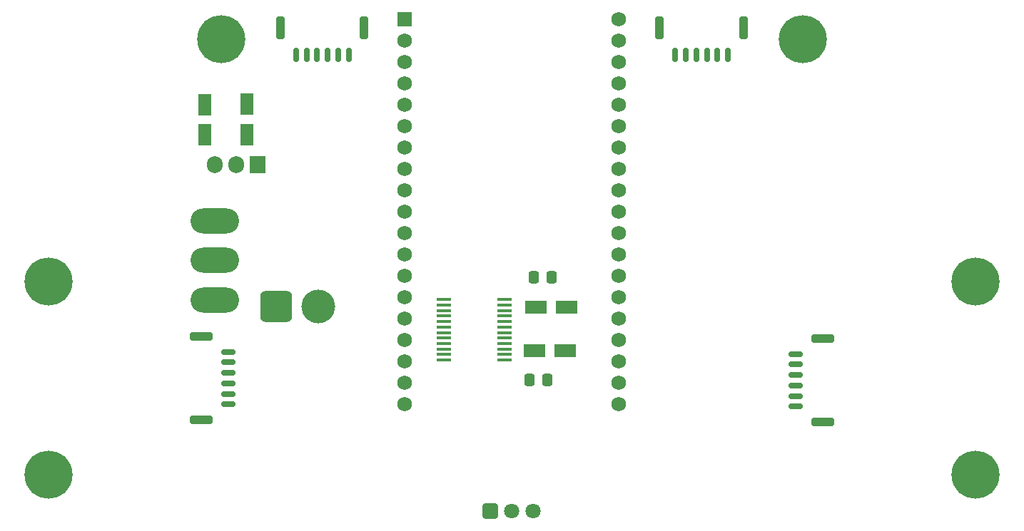
<source format=gbr>
%TF.GenerationSoftware,KiCad,Pcbnew,9.0.1*%
%TF.CreationDate,2025-05-09T11:09:33+02:00*%
%TF.ProjectId,FL-Zetor,464c2d5a-6574-46f7-922e-6b696361645f,rev?*%
%TF.SameCoordinates,Original*%
%TF.FileFunction,Soldermask,Top*%
%TF.FilePolarity,Negative*%
%FSLAX46Y46*%
G04 Gerber Fmt 4.6, Leading zero omitted, Abs format (unit mm)*
G04 Created by KiCad (PCBNEW 9.0.1) date 2025-05-09 11:09:33*
%MOMM*%
%LPD*%
G01*
G04 APERTURE LIST*
G04 Aperture macros list*
%AMRoundRect*
0 Rectangle with rounded corners*
0 $1 Rounding radius*
0 $2 $3 $4 $5 $6 $7 $8 $9 X,Y pos of 4 corners*
0 Add a 4 corners polygon primitive as box body*
4,1,4,$2,$3,$4,$5,$6,$7,$8,$9,$2,$3,0*
0 Add four circle primitives for the rounded corners*
1,1,$1+$1,$2,$3*
1,1,$1+$1,$4,$5*
1,1,$1+$1,$6,$7*
1,1,$1+$1,$8,$9*
0 Add four rect primitives between the rounded corners*
20,1,$1+$1,$2,$3,$4,$5,0*
20,1,$1+$1,$4,$5,$6,$7,0*
20,1,$1+$1,$6,$7,$8,$9,0*
20,1,$1+$1,$8,$9,$2,$3,0*%
G04 Aperture macros list end*
%ADD10C,5.700000*%
%ADD11RoundRect,0.250200X-0.649800X-0.649800X0.649800X-0.649800X0.649800X0.649800X-0.649800X0.649800X0*%
%ADD12C,1.800000*%
%ADD13R,1.905000X2.000000*%
%ADD14O,1.905000X2.000000*%
%ADD15RoundRect,0.250000X-0.337500X-0.475000X0.337500X-0.475000X0.337500X0.475000X-0.337500X0.475000X0*%
%ADD16RoundRect,0.250000X0.550000X-1.050000X0.550000X1.050000X-0.550000X1.050000X-0.550000X-1.050000X0*%
%ADD17RoundRect,0.250000X-1.050000X-0.550000X1.050000X-0.550000X1.050000X0.550000X-1.050000X0.550000X0*%
%ADD18RoundRect,0.102000X-0.765000X-0.765000X0.765000X-0.765000X0.765000X0.765000X-0.765000X0.765000X0*%
%ADD19C,1.734000*%
%ADD20RoundRect,0.760000X-1.140000X-1.140000X1.140000X-1.140000X1.140000X1.140000X-1.140000X1.140000X0*%
%ADD21C,4.000000*%
%ADD22RoundRect,0.150000X0.150000X0.700000X-0.150000X0.700000X-0.150000X-0.700000X0.150000X-0.700000X0*%
%ADD23RoundRect,0.250000X0.250000X1.100000X-0.250000X1.100000X-0.250000X-1.100000X0.250000X-1.100000X0*%
%ADD24RoundRect,0.150000X-0.700000X0.150000X-0.700000X-0.150000X0.700000X-0.150000X0.700000X0.150000X0*%
%ADD25RoundRect,0.250000X-1.100000X0.250000X-1.100000X-0.250000X1.100000X-0.250000X1.100000X0.250000X0*%
%ADD26RoundRect,0.150000X0.700000X-0.150000X0.700000X0.150000X-0.700000X0.150000X-0.700000X-0.150000X0*%
%ADD27RoundRect,0.250000X1.100000X-0.250000X1.100000X0.250000X-1.100000X0.250000X-1.100000X-0.250000X0*%
%ADD28R,1.750000X0.450000*%
%ADD29O,5.754000X2.979000*%
G04 APERTURE END LIST*
D10*
%TO.C,H5*%
X204370000Y-100775000D03*
%TD*%
%TO.C,H2*%
X94370000Y-100775000D03*
%TD*%
D11*
%TO.C,U1*%
X146829984Y-128025000D03*
D12*
X149369984Y-128025000D03*
X151909984Y-128025000D03*
%TD*%
D13*
%TO.C,U2*%
X119174479Y-86900357D03*
D14*
X116634479Y-86900357D03*
X114094479Y-86900357D03*
%TD*%
D15*
%TO.C,C5*%
X151462500Y-112500000D03*
X153537500Y-112500000D03*
%TD*%
D16*
%TO.C,C1*%
X112884479Y-83395357D03*
X112884479Y-79795357D03*
%TD*%
D17*
%TO.C,C4*%
X152210000Y-103815000D03*
X155810000Y-103815000D03*
%TD*%
D18*
%TO.C,MCU1*%
X136670000Y-69675000D03*
D19*
X136670000Y-72215000D03*
X136670000Y-74755000D03*
X136670000Y-77295000D03*
X136670000Y-79835000D03*
X136670000Y-82375000D03*
X136670000Y-84915000D03*
X136670000Y-87455000D03*
X136670000Y-89995000D03*
X136670000Y-92535000D03*
X136670000Y-95075000D03*
X136670000Y-97615000D03*
X136670000Y-100155000D03*
X136670000Y-102695000D03*
X136670000Y-105235000D03*
X136670000Y-107775000D03*
X136670000Y-110315000D03*
X136670000Y-112855000D03*
X136670000Y-115395000D03*
X162070000Y-115395000D03*
X162070000Y-112855000D03*
X162070000Y-110315000D03*
X162070000Y-107775000D03*
X162070000Y-105235000D03*
X162070000Y-102695000D03*
X162070000Y-100155000D03*
X162070000Y-97615000D03*
X162070000Y-95075000D03*
X162070000Y-92535000D03*
X162070000Y-89995000D03*
X162070000Y-87455000D03*
X162070000Y-84915000D03*
X162070000Y-82375000D03*
X162070000Y-79835000D03*
X162070000Y-77295000D03*
X162070000Y-74755000D03*
X162070000Y-72215000D03*
X162070000Y-69675000D03*
%TD*%
D10*
%TO.C,H4*%
X114870000Y-72025000D03*
%TD*%
D20*
%TO.C,J1*%
X121370000Y-103775000D03*
D21*
X126370000Y-103775000D03*
%TD*%
D22*
%TO.C,J3*%
X174995000Y-73875000D03*
X173745000Y-73875000D03*
X172495000Y-73875000D03*
X171245000Y-73875000D03*
X169995000Y-73875000D03*
X168745000Y-73875000D03*
D23*
X176845000Y-70675000D03*
X166895000Y-70675000D03*
%TD*%
D17*
%TO.C,C6*%
X152070000Y-109000000D03*
X155670000Y-109000000D03*
%TD*%
D10*
%TO.C,H3*%
X183870000Y-72025000D03*
%TD*%
%TO.C,H6*%
X204370000Y-123775000D03*
%TD*%
D15*
%TO.C,C3*%
X151962500Y-100250000D03*
X154037500Y-100250000D03*
%TD*%
D24*
%TO.C,J4*%
X115720000Y-109150000D03*
X115720000Y-110400000D03*
X115720000Y-111650000D03*
X115720000Y-112900000D03*
X115720000Y-114150000D03*
X115720000Y-115400000D03*
D25*
X112520000Y-107300000D03*
X112520000Y-117250000D03*
%TD*%
D16*
%TO.C,C2*%
X117884479Y-83345357D03*
X117884479Y-79745357D03*
%TD*%
D26*
%TO.C,J5*%
X183020000Y-115650000D03*
X183020000Y-114400000D03*
X183020000Y-113150000D03*
X183020000Y-111900000D03*
X183020000Y-110650000D03*
X183020000Y-109400000D03*
D27*
X186220000Y-117500000D03*
X186220000Y-107550000D03*
%TD*%
D28*
%TO.C,D1*%
X141270000Y-102950000D03*
X141270000Y-103600000D03*
X141270000Y-104250000D03*
X141270000Y-104900000D03*
X141270000Y-105550000D03*
X141270000Y-106200000D03*
X141270000Y-106850000D03*
X141270000Y-107500000D03*
X141270000Y-108150000D03*
X141270000Y-108800000D03*
X141270000Y-109450000D03*
X141270000Y-110100000D03*
X148470000Y-110100000D03*
X148470000Y-109450000D03*
X148470000Y-108800000D03*
X148470000Y-108150000D03*
X148470000Y-107500000D03*
X148470000Y-106850000D03*
X148470000Y-106200000D03*
X148470000Y-105550000D03*
X148470000Y-104900000D03*
X148470000Y-104250000D03*
X148470000Y-103600000D03*
X148470000Y-102950000D03*
%TD*%
D29*
%TO.C,SW1*%
X114120000Y-102975000D03*
X114120000Y-98275000D03*
X114120000Y-93575000D03*
%TD*%
D22*
%TO.C,J2*%
X129995000Y-73875000D03*
X128745000Y-73875000D03*
X127495000Y-73875000D03*
X126245000Y-73875000D03*
X124995000Y-73875000D03*
X123745000Y-73875000D03*
D23*
X131845000Y-70675000D03*
X121895000Y-70675000D03*
%TD*%
D10*
%TO.C,H1*%
X94370000Y-123775000D03*
%TD*%
M02*

</source>
